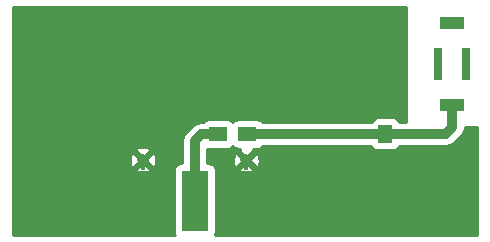
<source format=gbr>
G04 #@! TF.FileFunction,Copper,L1,Top,Signal*
%FSLAX46Y46*%
G04 Gerber Fmt 4.6, Leading zero omitted, Abs format (unit mm)*
G04 Created by KiCad (PCBNEW 4.0.5) date 05/07/17 17:15:17*
%MOMM*%
%LPD*%
G01*
G04 APERTURE LIST*
%ADD10C,0.025400*%
%ADD11C,1.000000*%
%ADD12R,2.290000X5.080000*%
%ADD13R,2.420000X5.080000*%
%ADD14C,0.970000*%
%ADD15R,0.460000X0.900000*%
%ADD16R,0.460000X0.890000*%
%ADD17R,0.800000X2.800000*%
%ADD18R,2.000000X1.000000*%
%ADD19R,1.250000X1.500000*%
%ADD20R,1.500000X1.250000*%
%ADD21C,0.838200*%
%ADD22C,0.254000*%
G04 APERTURE END LIST*
D10*
D11*
X17881600Y6705600D03*
X889000Y16891000D03*
X889000Y14986000D03*
X889000Y12954000D03*
X889000Y11049000D03*
X889000Y9144000D03*
X889000Y7366000D03*
X889000Y5715000D03*
X889000Y4064000D03*
X1016000Y2413000D03*
X1016000Y889000D03*
X2794000Y889000D03*
X4318000Y889000D03*
X5715000Y889000D03*
X7112000Y889000D03*
X8763000Y889000D03*
X8763000Y2641600D03*
X8788400Y4521200D03*
X8788400Y6477000D03*
X9779000Y8255000D03*
X18288000Y965200D03*
X18237200Y2743200D03*
X11557000Y8255000D03*
X18211800Y4622800D03*
X13157200Y965200D03*
X13157200Y2768600D03*
X13182600Y4800600D03*
X13665200Y6604000D03*
X13970000Y8128000D03*
X14224000Y9652000D03*
X15748000Y10668000D03*
X18034000Y10668000D03*
X20320000Y10668000D03*
X22606000Y10668000D03*
X24638000Y10668000D03*
X26670000Y10668000D03*
X28702000Y10668000D03*
X30988000Y10668000D03*
X35052000Y7112000D03*
X36830000Y7112000D03*
X29210000Y7112000D03*
X26924000Y7112000D03*
X24638000Y7112000D03*
X22606000Y7112000D03*
X22631400Y5181600D03*
X22860000Y3302000D03*
X23368000Y1270000D03*
X25908000Y1270000D03*
X28194000Y1270000D03*
X30734000Y1270000D03*
X33528000Y1270000D03*
X36322000Y1270000D03*
X38862000Y1270000D03*
X38862000Y3302000D03*
X38862000Y5588000D03*
X38862000Y7874000D03*
X33020000Y10922000D03*
X33020000Y12954000D03*
X33020000Y14732000D03*
X33020000Y16764000D03*
X32766000Y18796000D03*
X30480000Y18796000D03*
X28194000Y18796000D03*
X25908000Y18796000D03*
X23876000Y18796000D03*
X21539200Y18745200D03*
X19507200Y18745200D03*
X17018000Y18796000D03*
X14732000Y18796000D03*
X12446000Y18796000D03*
X10414000Y18796000D03*
X8636000Y18796000D03*
X6858000Y18796000D03*
X4826000Y18796000D03*
X2946400Y18846800D03*
D12*
X15758000Y3218000D03*
D13*
X11378000Y3218000D03*
X20138000Y3218000D03*
D14*
X11378000Y6658000D03*
X20138000Y6658000D03*
D15*
X11378000Y6208000D03*
D16*
X20138000Y6208000D03*
D17*
X36331200Y14798000D03*
D18*
X37551200Y18288000D03*
X37551200Y11288000D03*
D17*
X38771200Y14788000D03*
D19*
X31902400Y8870000D03*
X31902400Y6370000D03*
D20*
X20223800Y8864600D03*
X17723800Y8864600D03*
D11*
X1016000Y18897600D03*
D21*
X17723800Y8864600D02*
X16319500Y8864600D01*
X15758000Y8303100D02*
X15758000Y3218000D01*
X16319500Y8864600D02*
X15758000Y8303100D01*
X31902400Y8870000D02*
X20229200Y8870000D01*
X20229200Y8870000D02*
X20223800Y8864600D01*
X37551200Y11288000D02*
X37551200Y9420700D01*
X37000500Y8870000D02*
X31902400Y8870000D01*
X37551200Y9420700D02*
X37000500Y8870000D01*
D22*
G36*
X33665000Y9924100D02*
X33086301Y9924100D01*
X32991490Y10071441D01*
X32779290Y10216431D01*
X32527400Y10267440D01*
X31277400Y10267440D01*
X31042083Y10223162D01*
X30825959Y10084090D01*
X30716643Y9924100D01*
X21448791Y9924100D01*
X21437890Y9941041D01*
X21225690Y10086031D01*
X20973800Y10137040D01*
X19473800Y10137040D01*
X19238483Y10092762D01*
X19022359Y9953690D01*
X18974666Y9883889D01*
X18937890Y9941041D01*
X18725690Y10086031D01*
X18473800Y10137040D01*
X16973800Y10137040D01*
X16738483Y10092762D01*
X16522359Y9953690D01*
X16498451Y9918700D01*
X16319500Y9918700D01*
X15916113Y9838461D01*
X15770986Y9741490D01*
X15574139Y9609961D01*
X15012639Y9048461D01*
X14784139Y8706487D01*
X14703900Y8303100D01*
X14703900Y6405440D01*
X14613000Y6405440D01*
X14377683Y6361162D01*
X14161559Y6222090D01*
X14016569Y6009890D01*
X13965560Y5758000D01*
X13965560Y678000D01*
X14009838Y442683D01*
X14075527Y340600D01*
X391000Y340600D01*
X391000Y5878800D01*
X10778405Y5878800D01*
X10813692Y5665232D01*
X11236564Y5524851D01*
X11680968Y5556982D01*
X11942308Y5665232D01*
X11977595Y5878800D01*
X11378000Y6478395D01*
X10778405Y5878800D01*
X391000Y5878800D01*
X391000Y6799436D01*
X10244851Y6799436D01*
X10276982Y6355032D01*
X10385232Y6093692D01*
X10598800Y6058405D01*
X11198395Y6658000D01*
X11557605Y6658000D01*
X12157200Y6058405D01*
X12370768Y6093692D01*
X12511149Y6516564D01*
X12479018Y6960968D01*
X12370768Y7222308D01*
X12157200Y7257595D01*
X11557605Y6658000D01*
X11198395Y6658000D01*
X10598800Y7257595D01*
X10385232Y7222308D01*
X10244851Y6799436D01*
X391000Y6799436D01*
X391000Y7437200D01*
X10778405Y7437200D01*
X11378000Y6837605D01*
X11977595Y7437200D01*
X11942308Y7650768D01*
X11519436Y7791149D01*
X11075032Y7759018D01*
X10813692Y7650768D01*
X10778405Y7437200D01*
X391000Y7437200D01*
X391000Y19593800D01*
X33665000Y19593800D01*
X33665000Y9924100D01*
X33665000Y9924100D01*
G37*
X33665000Y9924100D02*
X33086301Y9924100D01*
X32991490Y10071441D01*
X32779290Y10216431D01*
X32527400Y10267440D01*
X31277400Y10267440D01*
X31042083Y10223162D01*
X30825959Y10084090D01*
X30716643Y9924100D01*
X21448791Y9924100D01*
X21437890Y9941041D01*
X21225690Y10086031D01*
X20973800Y10137040D01*
X19473800Y10137040D01*
X19238483Y10092762D01*
X19022359Y9953690D01*
X18974666Y9883889D01*
X18937890Y9941041D01*
X18725690Y10086031D01*
X18473800Y10137040D01*
X16973800Y10137040D01*
X16738483Y10092762D01*
X16522359Y9953690D01*
X16498451Y9918700D01*
X16319500Y9918700D01*
X15916113Y9838461D01*
X15770986Y9741490D01*
X15574139Y9609961D01*
X15012639Y9048461D01*
X14784139Y8706487D01*
X14703900Y8303100D01*
X14703900Y6405440D01*
X14613000Y6405440D01*
X14377683Y6361162D01*
X14161559Y6222090D01*
X14016569Y6009890D01*
X13965560Y5758000D01*
X13965560Y678000D01*
X14009838Y442683D01*
X14075527Y340600D01*
X391000Y340600D01*
X391000Y5878800D01*
X10778405Y5878800D01*
X10813692Y5665232D01*
X11236564Y5524851D01*
X11680968Y5556982D01*
X11942308Y5665232D01*
X11977595Y5878800D01*
X11378000Y6478395D01*
X10778405Y5878800D01*
X391000Y5878800D01*
X391000Y6799436D01*
X10244851Y6799436D01*
X10276982Y6355032D01*
X10385232Y6093692D01*
X10598800Y6058405D01*
X11198395Y6658000D01*
X11557605Y6658000D01*
X12157200Y6058405D01*
X12370768Y6093692D01*
X12511149Y6516564D01*
X12479018Y6960968D01*
X12370768Y7222308D01*
X12157200Y7257595D01*
X11557605Y6658000D01*
X11198395Y6658000D01*
X10598800Y7257595D01*
X10385232Y7222308D01*
X10244851Y6799436D01*
X391000Y6799436D01*
X391000Y7437200D01*
X10778405Y7437200D01*
X11378000Y6837605D01*
X11977595Y7437200D01*
X11942308Y7650768D01*
X11519436Y7791149D01*
X11075032Y7759018D01*
X10813692Y7650768D01*
X10778405Y7437200D01*
X391000Y7437200D01*
X391000Y19593800D01*
X33665000Y19593800D01*
X33665000Y9924100D01*
G36*
X39659400Y340600D02*
X17441005Y340600D01*
X17499431Y426110D01*
X17550440Y678000D01*
X17550440Y5758000D01*
X17527710Y5878800D01*
X19538405Y5878800D01*
X19573692Y5665232D01*
X19996564Y5524851D01*
X20440968Y5556982D01*
X20702308Y5665232D01*
X20737595Y5878800D01*
X20138000Y6478395D01*
X19538405Y5878800D01*
X17527710Y5878800D01*
X17506162Y5993317D01*
X17367090Y6209441D01*
X17154890Y6354431D01*
X16903000Y6405440D01*
X16812100Y6405440D01*
X16812100Y6799436D01*
X19004851Y6799436D01*
X19036982Y6355032D01*
X19145232Y6093692D01*
X19358800Y6058405D01*
X19958395Y6658000D01*
X20317605Y6658000D01*
X20917200Y6058405D01*
X21130768Y6093692D01*
X21271149Y6516564D01*
X21239018Y6960968D01*
X21130768Y7222308D01*
X20917200Y7257595D01*
X20317605Y6658000D01*
X19958395Y6658000D01*
X19358800Y7257595D01*
X19145232Y7222308D01*
X19004851Y6799436D01*
X16812100Y6799436D01*
X16812100Y7624905D01*
X16973800Y7592160D01*
X18473800Y7592160D01*
X18709117Y7636438D01*
X18925241Y7775510D01*
X18972934Y7845311D01*
X19009710Y7788159D01*
X19221910Y7643169D01*
X19473800Y7592160D01*
X19564008Y7592160D01*
X19538405Y7437200D01*
X20138000Y6837605D01*
X20737595Y7437200D01*
X20711992Y7592160D01*
X20973800Y7592160D01*
X21209117Y7636438D01*
X21425241Y7775510D01*
X21452838Y7815900D01*
X30718499Y7815900D01*
X30813310Y7668559D01*
X31025510Y7523569D01*
X31277400Y7472560D01*
X32527400Y7472560D01*
X32762717Y7516838D01*
X32978841Y7655910D01*
X33088157Y7815900D01*
X37000500Y7815900D01*
X37403887Y7896139D01*
X37745861Y8124639D01*
X38296561Y8675338D01*
X38426629Y8870000D01*
X38525061Y9017313D01*
X38605300Y9420700D01*
X38605300Y9433800D01*
X39659400Y9433800D01*
X39659400Y340600D01*
X39659400Y340600D01*
G37*
X39659400Y340600D02*
X17441005Y340600D01*
X17499431Y426110D01*
X17550440Y678000D01*
X17550440Y5758000D01*
X17527710Y5878800D01*
X19538405Y5878800D01*
X19573692Y5665232D01*
X19996564Y5524851D01*
X20440968Y5556982D01*
X20702308Y5665232D01*
X20737595Y5878800D01*
X20138000Y6478395D01*
X19538405Y5878800D01*
X17527710Y5878800D01*
X17506162Y5993317D01*
X17367090Y6209441D01*
X17154890Y6354431D01*
X16903000Y6405440D01*
X16812100Y6405440D01*
X16812100Y6799436D01*
X19004851Y6799436D01*
X19036982Y6355032D01*
X19145232Y6093692D01*
X19358800Y6058405D01*
X19958395Y6658000D01*
X20317605Y6658000D01*
X20917200Y6058405D01*
X21130768Y6093692D01*
X21271149Y6516564D01*
X21239018Y6960968D01*
X21130768Y7222308D01*
X20917200Y7257595D01*
X20317605Y6658000D01*
X19958395Y6658000D01*
X19358800Y7257595D01*
X19145232Y7222308D01*
X19004851Y6799436D01*
X16812100Y6799436D01*
X16812100Y7624905D01*
X16973800Y7592160D01*
X18473800Y7592160D01*
X18709117Y7636438D01*
X18925241Y7775510D01*
X18972934Y7845311D01*
X19009710Y7788159D01*
X19221910Y7643169D01*
X19473800Y7592160D01*
X19564008Y7592160D01*
X19538405Y7437200D01*
X20138000Y6837605D01*
X20737595Y7437200D01*
X20711992Y7592160D01*
X20973800Y7592160D01*
X21209117Y7636438D01*
X21425241Y7775510D01*
X21452838Y7815900D01*
X30718499Y7815900D01*
X30813310Y7668559D01*
X31025510Y7523569D01*
X31277400Y7472560D01*
X32527400Y7472560D01*
X32762717Y7516838D01*
X32978841Y7655910D01*
X33088157Y7815900D01*
X37000500Y7815900D01*
X37403887Y7896139D01*
X37745861Y8124639D01*
X38296561Y8675338D01*
X38426629Y8870000D01*
X38525061Y9017313D01*
X38605300Y9420700D01*
X38605300Y9433800D01*
X39659400Y9433800D01*
X39659400Y340600D01*
M02*

</source>
